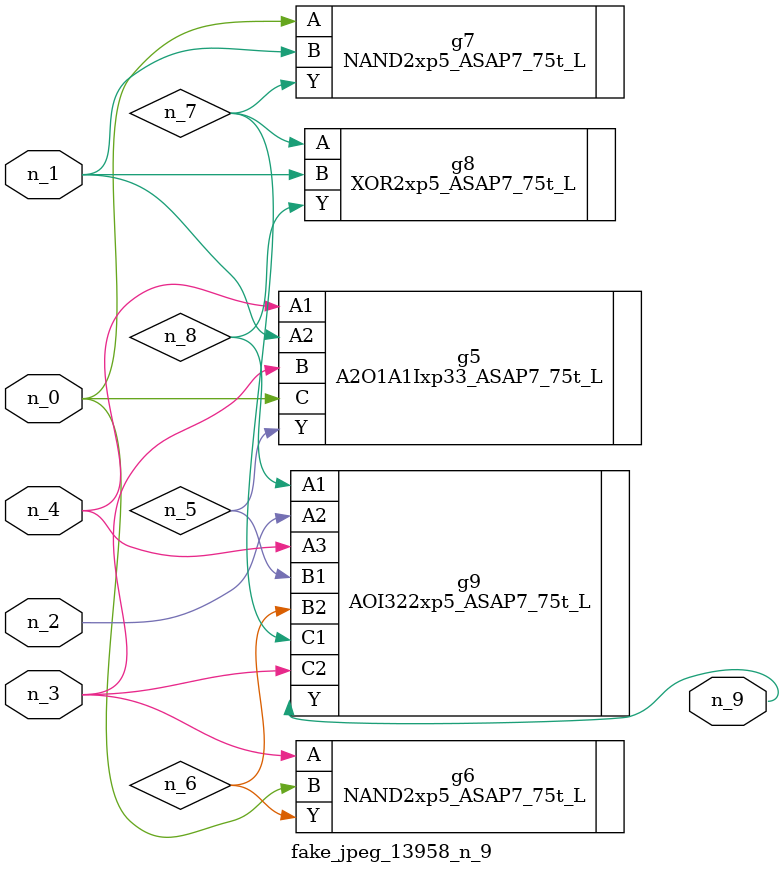
<source format=v>
module fake_jpeg_13958_n_9 (n_3, n_2, n_1, n_0, n_4, n_9);

input n_3;
input n_2;
input n_1;
input n_0;
input n_4;

output n_9;

wire n_8;
wire n_6;
wire n_5;
wire n_7;

A2O1A1Ixp33_ASAP7_75t_L g5 ( 
.A1(n_4),
.A2(n_1),
.B(n_3),
.C(n_0),
.Y(n_5)
);

NAND2xp5_ASAP7_75t_L g6 ( 
.A(n_3),
.B(n_0),
.Y(n_6)
);

NAND2xp5_ASAP7_75t_L g7 ( 
.A(n_0),
.B(n_1),
.Y(n_7)
);

XOR2xp5_ASAP7_75t_L g8 ( 
.A(n_7),
.B(n_1),
.Y(n_8)
);

AOI322xp5_ASAP7_75t_L g9 ( 
.A1(n_8),
.A2(n_2),
.A3(n_4),
.B1(n_5),
.B2(n_6),
.C1(n_7),
.C2(n_3),
.Y(n_9)
);


endmodule
</source>
